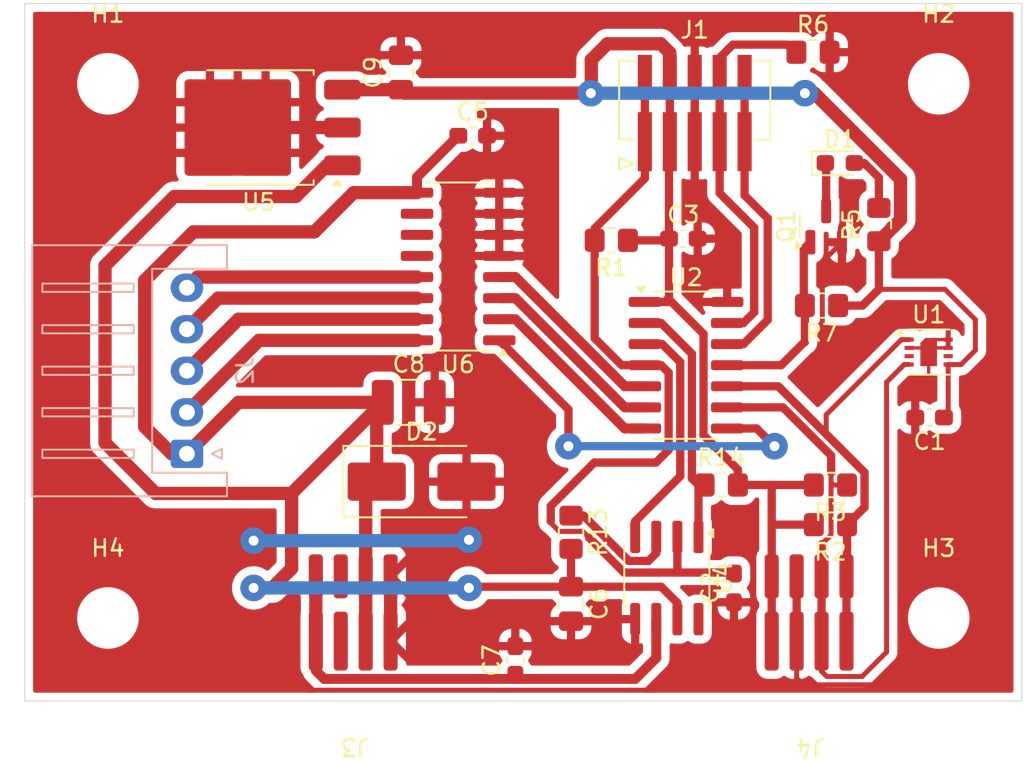
<source format=kicad_pcb>
(kicad_pcb (version 20240108) (generator "pcbnew") (generator_version "8.0")
  (layers (0 "F.Cu" signal) (31 "B.Cu" signal) (34 "B.Paste" user) (35 "F.Paste" user) (36 "B.SilkS" user "B.Silkscreen") (37 "F.SilkS" user "F.Silkscreen") (38 "B.Mask" user) (39 "F.Mask" user) (44 "Edge.Cuts" user))
  (net 0 "")
  (net 1 "+5V")
  (net 2 "GND")
  (net 3 "~{MCLR}")
  (net 4 "+12V")
  (net 5 "/Lbus")
  (net 6 "Net-(D1-A)")
  (net 7 "Net-(D1-K)")
  (net 8 "/PGC")
  (net 9 "/PGD")
  (net 10 "Net-(J2-Pin_3)")
  (net 11 "Net-(J2-Pin_2)")
  (net 12 "Net-(J2-Pin_4)")
  (net 15 "Net-(J4-Pin_4)")
  (net 16 "Net-(J4-Pin_3)")
  (net 17 "/LED")
  (net 18 "Net-(U4-~{WAKE})")
  (net 19 "Lrx")
  (net 22 "Net-(U2-RC5)")
  (net 23 "Net-(U2-RC2{slash}CxIN2-)")
  (net 24 "Net-(U2-RC4)")
  (net 25 "Ltx")
  (net 26 "Net-(U2-RC3{slash}CxIN3-)")
  (net 31 "Net-(J2-Pin_5)")
  (footprint "Capacitor_SMD:C_0603_1608Metric_Pad1.08x0.95mm_HandSolder" (layer "F.Cu") (at 145.6944 153.7716 90)
    (property "Reference" "C7" (at 0 -1.43 90) (layer "F.SilkS"))
    (property "Value" "220pF")
    (pad "1" smd roundrect (at -0.8625 0 90) (size 1.075 0.95) (layers "F.Cu" "F.Paste" "F.Mask") (net 5 "/Lbus"))
    (pad "2" smd roundrect (at 0.8625 0 90) (size 1.075 0.95) (layers "F.Cu" "F.Paste" "F.Mask") (net 2 "GND"))
  )
  (footprint "Resistor_SMD:R_0805_2012Metric_Pad1.20x1.40mm_HandSolder" (layer "F.Cu") (at 158.0896 143.2052)
    (property "Reference" "R14" (at 0 -1.65 0) (layer "F.SilkS"))
    (property "Value" "4.7K")
    (pad "1" smd roundrect (at -1 0) (size 1.2 1.4) (layers "F.Cu" "F.Paste" "F.Mask") (roundrect_rratio 0.208333) (net 19 "Lrx"))
    (pad "2" smd roundrect (at 1 0) (size 1.2 1.4) (layers "F.Cu" "F.Paste" "F.Mask") (roundrect_rratio 0.208333) (net 1 "+5V"))
  )
  (footprint "Capacitor_SMD:C_0603_1608Metric_Pad1.08x0.95mm_HandSolder" (layer "F.Cu") (at 155.8047 128.3716)
    (property "Reference" "C3" (at 0 -1.43 0) (layer "F.SilkS"))
    (property "Value" "100nF")
    (pad "1" smd roundrect (at -0.8625 0) (size 1.075 0.95) (layers "F.Cu" "F.Paste" "F.Mask") (net 1 "+5V"))
    (pad "2" smd roundrect (at 0.8625 0) (size 1.075 0.95) (layers "F.Cu" "F.Paste" "F.Mask") (net 2 "GND"))
  )
  (footprint "Package_SO:SOIC-16_3.9x9.9mm_P1.27mm" (layer "F.Cu") (at 142.2542 130.048 180)
    (property "Reference" "U6" (at 0 -5.9 0) (layer "F.SilkS"))
    (property "Value" "ULN2003")
    (pad "1" smd roundrect (at -2.475 -4.445 180) (size 1.95 0.6) (layers "F.Cu" "F.Paste" "F.Mask") (net 23 "Net-(U2-RC2{slash}CxIN2-)"))
    (pad "2" smd roundrect (at -2.475 -3.175 180) (size 1.95 0.6) (layers "F.Cu" "F.Paste" "F.Mask") (net 26 "Net-(U2-RC3{slash}CxIN3-)"))
    (pad "3" smd roundrect (at -2.475 -1.905 180) (size 1.95 0.6) (layers "F.Cu" "F.Paste" "F.Mask") (net 24 "Net-(U2-RC4)"))
    (pad "4" smd roundrect (at -2.475 -0.635 180) (size 1.95 0.6) (layers "F.Cu" "F.Paste" "F.Mask") (net 22 "Net-(U2-RC5)"))
    (pad "5" smd roundrect (at -2.475 0.635 180) (size 1.95 0.6) (layers "F.Cu" "F.Paste" "F.Mask") (net 2 "GND"))
    (pad "6" smd roundrect (at -2.475 1.905 180) (size 1.95 0.6) (layers "F.Cu" "F.Paste" "F.Mask") (net 2 "GND"))
    (pad "7" smd roundrect (at -2.475 3.175 180) (size 1.95 0.6) (layers "F.Cu" "F.Paste" "F.Mask") (net 2 "GND"))
    (pad "8" smd roundrect (at -2.475 4.445 180) (size 1.95 0.6) (layers "F.Cu" "F.Paste" "F.Mask") (net 2 "GND"))
    (pad "9" smd roundrect (at 2.475 4.445 180) (size 1.95 0.6) (layers "F.Cu" "F.Paste" "F.Mask") (net 4 "+12V"))
    (pad "10" smd roundrect (at 2.475 3.175 180) (size 1.95 0.6) (layers "F.Cu" "F.Paste" "F.Mask"))
    (pad "11" smd roundrect (at 2.475 1.905 180) (size 1.95 0.6) (layers "F.Cu" "F.Paste" "F.Mask"))
    (pad "12" smd roundrect (at 2.475 0.635 180) (size 1.95 0.6) (layers "F.Cu" "F.Paste" "F.Mask"))
    (pad "13" smd roundrect (at 2.475 -0.635 180) (size 1.95 0.6) (layers "F.Cu" "F.Paste" "F.Mask") (net 31 "Net-(J2-Pin_5)"))
    (pad "14" smd roundrect (at 2.475 -1.905 180) (size 1.95 0.6) (layers "F.Cu" "F.Paste" "F.Mask") (net 12 "Net-(J2-Pin_4)"))
    (pad "15" smd roundrect (at 2.475 -3.175 180) (size 1.95 0.6) (layers "F.Cu" "F.Paste" "F.Mask") (net 10 "Net-(J2-Pin_3)"))
    (pad "16" smd roundrect (at 2.475 -4.445 180) (size 1.95 0.6) (layers "F.Cu" "F.Paste" "F.Mask") (net 11 "Net-(J2-Pin_2)"))
  )
  (footprint "conn-local:Molex Pico-SPOX-4_90" (layer "F.Cu") (at 135.9408 154.3812 180)
    (property "Reference" "J3" (at -0.1 -4.6 180) (layer "F.SilkS"))
    (property "Value" "BUS")
    (pad "1" smd roundrect (at 2.25 1.775 180) (size 0.85 3.55) (layers "F.Cu" "F.Paste" "F.Mask") (net 5 "/Lbus"))
    (pad "1" smd roundrect (at 2.25 5.675 180) (size 0.85 2.65) (layers "F.Cu" "F.Paste" "F.Mask") (net 5 "/Lbus"))
    (pad "2" smd roundrect (at 0.75 1.775 180) (size 0.85 3.55) (layers "F.Cu" "F.Paste" "F.Mask"))
    (pad "2" smd roundrect (at 0.75 5.675 180) (size 0.85 2.65) (layers "F.Cu" "F.Paste" "F.Mask"))
    (pad "3" smd roundrect (at -0.75 1.775 180) (size 0.85 3.55) (layers "F.Cu" "F.Paste" "F.Mask") (net 4 "+12V"))
    (pad "3" smd roundrect (at -0.75 5.675 180) (size 0.85 2.65) (layers "F.Cu" "F.Paste" "F.Mask") (net 4 "+12V"))
    (pad "4" smd roundrect (at -2.25 1.775 180) (size 0.85 3.55) (layers "F.Cu" "F.Paste" "F.Mask") (net 2 "GND"))
    (pad "4" smd roundrect (at -2.25 5.675 180) (size 0.85 2.65) (layers "F.Cu" "F.Paste" "F.Mask") (net 2 "GND"))
  )
  (footprint "Resistor_SMD:R_0805_2012Metric_Pad1.20x1.40mm_HandSolder" (layer "F.Cu") (at 164.6588 143.2052 180)
    (property "Reference" "R3" (at 0 -1.65 0) (layer "F.SilkS"))
    (property "Value" "4.7K")
    (pad "1" smd roundrect (at -1 0 180) (size 1.2 1.4) (layers "F.Cu" "F.Paste" "F.Mask") (roundrect_rratio 0.208333) (net 16 "Net-(J4-Pin_3)"))
    (pad "2" smd roundrect (at 1 0 180) (size 1.2 1.4) (layers "F.Cu" "F.Paste" "F.Mask") (roundrect_rratio 0.208333) (net 1 "+5V"))
  )
  (footprint "Capacitor_SMD:C_0603_1608Metric_Pad1.08x0.95mm_HandSolder" (layer "F.Cu") (at 158.8516 149.4028 90)
    (property "Reference" "C2" (at 0 -1.43 90) (layer "F.SilkS"))
    (property "Value" "100nF")
    (pad "1" smd roundrect (at -0.8625 0 90) (size 1.075 0.95) (layers "F.Cu" "F.Paste" "F.Mask") (net 2 "GND"))
    (pad "2" smd roundrect (at 0.8625 0 90) (size 1.075 0.95) (layers "F.Cu" "F.Paste" "F.Mask") (net 3 "~{MCLR}"))
  )
  (footprint "Capacitor_SMD:C_0805_2012Metric_Pad1.18x1.45mm_HandSolder" (layer "F.Cu") (at 149.0472 150.368 -90)
    (property "Reference" "C6" (at 0 -1.68 90) (layer "F.SilkS"))
    (property "Value" "1µF")
    (pad "1" smd roundrect (at -1.0375 0 270) (size 1.175 1.45) (layers "F.Cu" "F.Paste" "F.Mask") (roundrect_rratio 0.212766) (net 4 "+12V"))
    (pad "2" smd roundrect (at 1.0375 0 270) (size 1.175 1.45) (layers "F.Cu" "F.Paste" "F.Mask") (roundrect_rratio 0.212766) (net 2 "GND"))
  )
  (footprint "Capacitor_SMD:C_0603_1608Metric_Pad1.08x0.95mm_HandSolder" (layer "F.Cu") (at 170.625044 139.1412 180)
    (property "Reference" "C1" (at 0 -1.43 0) (layer "F.SilkS"))
    (property "Value" "100nF")
    (pad "1" smd roundrect (at -0.8625 0 180) (size 1.075 0.95) (layers "F.Cu" "F.Paste" "F.Mask") (net 1 "+5V"))
    (pad "2" smd roundrect (at 0.8625 0 180) (size 1.075 0.95) (layers "F.Cu" "F.Paste" "F.Mask") (net 2 "GND"))
  )
  (footprint "Diode_SMD:D_SMB_Handsoldering" (layer "F.Cu") (at 140.0556 143.002)
    (property "Reference" "D2" (at 0 -3 0) (layer "F.SilkS"))
    (property "Value" "SMBJ16A")
    (pad "1" smd roundrect (at -2.7 0) (size 3.5 2.3) (layers "F.Cu" "F.Paste" "F.Mask") (roundrect_rratio 0.1086956522) (net 4 "+12V"))
    (pad "2" smd roundrect (at 2.7 0) (size 3.5 2.3) (layers "F.Cu" "F.Paste" "F.Mask") (roundrect_rratio 0.1086956522) (net 2 "GND"))
  )
  (footprint "Resistor_SMD:R_0805_2012Metric_Pad1.20x1.40mm_HandSolder" (layer "F.Cu") (at 163.6108 117.1448)
    (property "Reference" "R6" (at 0 -1.65 0) (layer "F.SilkS"))
    (property "Value" "10K")
    (pad "1" smd roundrect (at -1 0) (size 1.2 1.4) (layers "F.Cu" "F.Paste" "F.Mask") (roundrect_rratio 0.208333) (net 9 "/PGD"))
    (pad "2" smd roundrect (at 1 0) (size 1.2 1.4) (layers "F.Cu" "F.Paste" "F.Mask") (roundrect_rratio 0.208333) (net 2 "GND"))
  )
  (footprint "Package_SO:SOIC-14_3.9x8.7mm_P1.27mm" (layer "F.Cu") (at 155.9702 135.9916)
    (property "Reference" "U2" (at 0 -5.28 0) (layer "F.SilkS"))
    (property "Value" "PIC18F05Q40")
    (pad "1" smd roundrect (at -2.475 -3.81) (size 1.95 0.6) (layers "F.Cu" "F.Paste" "F.Mask") (net 1 "+5V"))
    (pad "2" smd roundrect (at -2.475 -2.54) (size 1.95 0.6) (layers "F.Cu" "F.Paste" "F.Mask") (net 19 "Lrx"))
    (pad "3" smd roundrect (at -2.475 -1.27) (size 1.95 0.6) (layers "F.Cu" "F.Paste" "F.Mask") (net 25 "Ltx"))
    (pad "4" smd roundrect (at -2.475 0) (size 1.95 0.6) (layers "F.Cu" "F.Paste" "F.Mask") (net 3 "~{MCLR}"))
    (pad "5" smd roundrect (at -2.475 1.27) (size 1.95 0.6) (layers "F.Cu" "F.Paste" "F.Mask") (net 22 "Net-(U2-RC5)"))
    (pad "6" smd roundrect (at -2.475 2.54) (size 1.95 0.6) (layers "F.Cu" "F.Paste" "F.Mask") (net 24 "Net-(U2-RC4)"))
    (pad "7" smd roundrect (at -2.475 3.81) (size 1.95 0.6) (layers "F.Cu" "F.Paste" "F.Mask") (net 26 "Net-(U2-RC3{slash}CxIN3-)"))
    (pad "8" smd roundrect (at 2.475 3.81) (size 1.95 0.6) (layers "F.Cu" "F.Paste" "F.Mask") (net 23 "Net-(U2-RC2{slash}CxIN2-)"))
    (pad "9" smd roundrect (at 2.475 2.54) (size 1.95 0.6) (layers "F.Cu" "F.Paste" "F.Mask") (net 16 "Net-(J4-Pin_3)"))
    (pad "10" smd roundrect (at 2.475 1.27) (size 1.95 0.6) (layers "F.Cu" "F.Paste" "F.Mask") (net 15 "Net-(J4-Pin_4)"))
    (pad "11" smd roundrect (at 2.475 0) (size 1.95 0.6) (layers "F.Cu" "F.Paste" "F.Mask") (net 17 "/LED"))
    (pad "12" smd roundrect (at 2.475 -1.27) (size 1.95 0.6) (layers "F.Cu" "F.Paste" "F.Mask") (net 8 "/PGC"))
    (pad "13" smd roundrect (at 2.475 -2.54) (size 1.95 0.6) (layers "F.Cu" "F.Paste" "F.Mask") (net 9 "/PGD"))
    (pad "14" smd roundrect (at 2.475 -3.81) (size 1.95 0.6) (layers "F.Cu" "F.Paste" "F.Mask") (net 2 "GND"))
  )
  (footprint "LED_SMD:LED_0603_1608Metric_Pad1.05x0.95mm_HandSolder" (layer "F.Cu") (at 165.225 123.8156)
    (property "Reference" "D1" (at 0 -1.43 0) (layer "F.SilkS"))
    (property "Value" "LED")
    (pad "1" smd roundrect (at -0.875 0) (size 1.05 0.95) (layers "F.Cu" "F.Paste" "F.Mask") (net 7 "Net-(D1-K)"))
    (pad "2" smd roundrect (at 0.875 0) (size 1.05 0.95) (layers "F.Cu" "F.Paste" "F.Mask") (net 6 "Net-(D1-A)"))
  )
  (footprint "Capacitor_SMD:C_0603_1608Metric_Pad1.08x0.95mm_HandSolder" (layer "F.Cu") (at 143.129 122.174)
    (property "Reference" "C5" (at 0 -1.43 0) (layer "F.SilkS"))
    (property "Value" "100nF")
    (pad "1" smd roundrect (at -0.8625 0) (size 1.075 0.95) (layers "F.Cu" "F.Paste" "F.Mask") (net 4 "+12V"))
    (pad "2" smd roundrect (at 0.8625 0) (size 1.075 0.95) (layers "F.Cu" "F.Paste" "F.Mask") (net 2 "GND"))
  )
  (footprint "Resistor_SMD:R_0805_2012Metric_Pad1.20x1.40mm_HandSolder" (layer "F.Cu") (at 164.1188 132.4008 180)
    (property "Reference" "R7" (at 0 -1.65 0) (layer "F.SilkS"))
    (property "Value" "47K")
    (pad "1" smd roundrect (at -1 0 180) (size 1.2 1.4) (layers "F.Cu" "F.Paste" "F.Mask") (roundrect_rratio 0.208333) (net 1 "+5V"))
    (pad "2" smd roundrect (at 1 0 180) (size 1.2 1.4) (layers "F.Cu" "F.Paste" "F.Mask") (roundrect_rratio 0.208333) (net 17 "/LED"))
  )
  (footprint "conn-local:Molex_Pico-SPOX-5-Vertical" (layer "F.Cu") (at 156.4908 120.8046)
    (property "Reference" "J1" (at 0 -5 0) (layer "F.SilkS"))
    (property "Value" "Conn_01x05_Pin")
    (pad "1" smd rect (at -3 -2.175 90) (size 2.65 0.85) (layers "F.Cu" "F.Paste" "F.Mask") (net 3 "~{MCLR}"))
    (pad "1" smd rect (at -3 1.725 90) (size 3.55 0.85) (layers "F.Cu" "F.Paste" "F.Mask") (net 3 "~{MCLR}"))
    (pad "2" smd rect (at -1.5 -2.175 90) (size 2.65 0.85) (layers "F.Cu" "F.Paste" "F.Mask") (net 1 "+5V"))
    (pad "2" smd rect (at -1.5 1.725 90) (size 3.55 0.85) (layers "F.Cu" "F.Paste" "F.Mask") (net 1 "+5V"))
    (pad "3" smd rect (at 0 -2.175 90) (size 2.65 0.85) (layers "F.Cu" "F.Paste" "F.Mask") (net 2 "GND"))
    (pad "3" smd rect (at 0 1.725 90) (size 3.55 0.85) (layers "F.Cu" "F.Paste" "F.Mask") (net 2 "GND"))
    (pad "4" smd rect (at 1.5 -2.175 90) (size 2.65 0.85) (layers "F.Cu" "F.Paste" "F.Mask") (net 9 "/PGD"))
    (pad "4" smd rect (at 1.5 1.725 90) (size 3.55 0.85) (layers "F.Cu" "F.Paste" "F.Mask") (net 9 "/PGD"))
    (pad "5" smd rect (at 3 -2.175 90) (size 2.65 0.85) (layers "F.Cu" "F.Paste" "F.Mask") (net 8 "/PGC"))
    (pad "5" smd rect (at 3 1.725 90) (size 3.55 0.85) (layers "F.Cu" "F.Paste" "F.Mask") (net 8 "/PGC"))
  )
  (footprint "Package_TO_SOT_SMD:SOT-23" (layer "F.Cu") (at 164.4008 127.6487 90)
    (property "Reference" "Q1" (at 0 -2.4 90) (layer "F.SilkS"))
    (property "Value" "BSS123")
    (pad "1" smd roundrect (at -0.9375 -0.95 90) (size 1.475 0.6) (layers "F.Cu" "F.Paste" "F.Mask") (net 17 "/LED"))
    (pad "2" smd roundrect (at -0.9375 0.95 90) (size 1.475 0.6) (layers "F.Cu" "F.Paste" "F.Mask") (net 2 "GND"))
    (pad "3" smd roundrect (at 0.9375 0 90) (size 1.475 0.6) (layers "F.Cu" "F.Paste" "F.Mask") (net 7 "Net-(D1-K)"))
  )
  (footprint "MountingHole:MountingHole_3.2mm_M3" (layer "F.Cu") (at 171.174484 151.212925)
    (property "Reference" "H3" (at 0 -4.2 0) (layer "F.SilkS"))
    (property "Value" "MountingHole")
    (pad "" np_thru_hole circle (at 0 0) (size 3.2 3.2) (drill 3.2) (layers "*.Cu" "*.Mask"))
  )
  (footprint "Resistor_SMD:R_0805_2012Metric_Pad1.20x1.40mm_HandSolder" (layer "F.Cu") (at 167.5732 127.524 90)
    (property "Reference" "R5" (at 0 -1.65 90) (layer "F.SilkS"))
    (property "Value" "330")
    (pad "1" smd roundrect (at -1 0 90) (size 1.2 1.4) (layers "F.Cu" "F.Paste" "F.Mask") (roundrect_rratio 0.208333) (net 1 "+5V"))
    (pad "2" smd roundrect (at 1 0 90) (size 1.2 1.4) (layers "F.Cu" "F.Paste" "F.Mask") (roundrect_rratio 0.208333) (net 6 "Net-(D1-A)"))
  )
  (footprint "MountingHole:MountingHole_3.2mm_M3" (layer "F.Cu") (at 171.174484 119.048925)
    (property "Reference" "H2" (at 0 -4.2 0) (layer "F.SilkS"))
    (property "Value" "MountingHole")
    (pad "" np_thru_hole circle (at 0 0) (size 3.2 3.2) (drill 3.2) (layers "*.Cu" "*.Mask"))
  )
  (footprint "Capacitor_SMD:C_1210_3225Metric_Pad1.33x2.70mm_HandSolder" (layer "F.Cu") (at 139.2813 138.2268)
    (property "Reference" "C8" (at 0 -2.3 0) (layer "F.SilkS"))
    (property "Value" "10uF")
    (pad "1" smd roundrect (at -1.5625 0) (size 1.325 2.7) (layers "F.Cu" "F.Paste" "F.Mask") (roundrect_rratio 0.188679) (net 4 "+12V"))
    (pad "2" smd roundrect (at 1.5625 0) (size 1.325 2.7) (layers "F.Cu" "F.Paste" "F.Mask") (roundrect_rratio 0.188679) (net 2 "GND"))
  )
  (footprint "Resistor_SMD:R_0805_2012Metric_Pad1.20x1.40mm_HandSolder" (layer "F.Cu") (at 149.0472 146.05 -90)
    (property "Reference" "R13" (at 0 -1.65 90) (layer "F.SilkS"))
    (property "Value" "4.7K")
    (pad "1" smd roundrect (at -1 0 270) (size 1.2 1.4) (layers "F.Cu" "F.Paste" "F.Mask") (roundrect_rratio 0.208333) (net 18 "Net-(U4-~{WAKE})"))
    (pad "2" smd roundrect (at 1 0 270) (size 1.2 1.4) (layers "F.Cu" "F.Paste" "F.Mask") (roundrect_rratio 0.208333) (net 4 "+12V"))
  )
  (footprint "Package_SO:SOIC-8_3.9x4.9mm_P1.27mm" (layer "F.Cu") (at 154.813 148.8074 -90)
    (property "Reference" "U4" (at 0 -3.4 90) (layer "F.SilkS"))
    (property "Value" "MCP2003B")
    (pad "1" smd roundrect (at -2.475 -1.905 270) (size 1.95 0.6) (layers "F.Cu" "F.Paste" "F.Mask") (net 19 "Lrx"))
    (pad "2" smd roundrect (at -2.475 -0.635 270) (size 1.95 0.6) (layers "F.Cu" "F.Paste" "F.Mask") (net 3 "~{MCLR}"))
    (pad "3" smd roundrect (at -2.475 0.635 270) (size 1.95 0.6) (layers "F.Cu" "F.Paste" "F.Mask") (net 18 "Net-(U4-~{WAKE})"))
    (pad "4" smd roundrect (at -2.475 1.905 270) (size 1.95 0.6) (layers "F.Cu" "F.Paste" "F.Mask") (net 25 "Ltx"))
    (pad "5" smd roundrect (at 2.475 1.905 270) (size 1.95 0.6) (layers "F.Cu" "F.Paste" "F.Mask") (net 2 "GND"))
    (pad "6" smd roundrect (at 2.475 0.635 270) (size 1.95 0.6) (layers "F.Cu" "F.Paste" "F.Mask") (net 5 "/Lbus"))
    (pad "7" smd roundrect (at 2.475 -0.635 270) (size 1.95 0.6) (layers "F.Cu" "F.Paste" "F.Mask") (net 4 "+12V"))
    (pad "8" smd roundrect (at 2.475 -1.905 270) (size 1.95 0.6) (layers "F.Cu" "F.Paste" "F.Mask"))
  )
  (footprint "MountingHole:MountingHole_3.2mm_M3" (layer "F.Cu") (at 121.179684 119.048925)
    (property "Reference" "H1" (at 0 -4.2 0) (layer "F.SilkS"))
    (property "Value" "MountingHole")
    (pad "" np_thru_hole circle (at 0 0) (size 3.2 3.2) (drill 3.2) (layers "*.Cu" "*.Mask"))
  )
  (footprint "MountingHole:MountingHole_3.2mm_M3" (layer "F.Cu") (at 121.179684 151.212925)
    (property "Reference" "H4" (at 0 -4.2 0) (layer "F.SilkS"))
    (property "Value" "MountingHole")
    (pad "" np_thru_hole circle (at 0 0) (size 3.2 3.2) (drill 3.2) (layers "*.Cu" "*.Mask"))
  )
  (footprint "Resistor_SMD:R_0805_2012Metric_Pad1.20x1.40mm_HandSolder" (layer "F.Cu") (at 151.4696 128.4732 180)
    (property "Reference" "R1" (at 0 -1.65 0) (layer "F.SilkS"))
    (property "Value" "10K")
    (pad "1" smd roundrect (at -1 0 180) (size 1.2 1.4) (layers "F.Cu" "F.Paste" "F.Mask") (roundrect_rratio 0.208333) (net 1 "+5V"))
    (pad "2" smd roundrect (at 1 0 180) (size 1.2 1.4) (layers "F.Cu" "F.Paste" "F.Mask") (roundrect_rratio 0.208333) (net 3 "~{MCLR}"))
  )
  (footprint "Package_TO_SOT_SMD:TO-252-3_TabPin2" (layer "F.Cu") (at 130.2507 121.68 180)
    (property "Reference" "U5" (at 0 -4.5 180) (layer "F.SilkS"))
    (property "Value" "uA7805")
    (pad "1" smd roundrect (at -5.04 -2.28 180) (size 2.2 1.2) (layers "F.Cu" "F.Paste" "F.Mask") (roundrect_rratio 0.208333) (net 4 "+12V"))
    (pad "2" smd roundrect (at -5.04 0 180) (size 2.2 1.2) (layers "F.Cu" "F.Paste" "F.Mask") (roundrect_rratio 0.208333) (net 2 "GND"))
    (pad "2" smd roundrect (at -0.415 -1.525 180) (size 3.05 2.75) (layers "F.Cu" "F.Paste") (roundrect_rratio 0.090909) (net 2 "GND"))
    (pad "2" smd roundrect (at -0.415 1.525 180) (size 3.05 2.75) (layers "F.Cu" "F.Paste") (roundrect_rratio 0.090909) (net 2 "GND"))
    (pad "2" smd roundrect (at 1.26 0 180) (size 6.4 5.8) (layers "F.Cu" "F.Mask") (roundrect_rratio 0.043103) (net 2 "GND"))
    (pad "2" smd roundrect (at 2.935 -1.525 180) (size 3.05 2.75) (layers "F.Cu" "F.Paste") (roundrect_rratio 0.090909) (net 2 "GND"))
    (pad "2" smd roundrect (at 2.935 1.525 180) (size 3.05 2.75) (layers "F.Cu" "F.Paste") (roundrect_rratio 0.090909) (net 2 "GND"))
    (pad "3" smd roundrect (at -5.04 2.28 180) (size 2.2 1.2) (layers "F.Cu" "F.Paste" "F.Mask") (roundrect_rratio 0.208333) (net 1 "+5V"))
  )
  (footprint "Sensor_Humidity:Sensirion_DFN-8-1EP_2.5x2.5mm_P0.5mm_EP1.1x1.7mm" (layer "F.Cu") (at 170.568744 135.2)
    (property "Reference" "U1" (at 0 -2.25 0) (layer "F.SilkS"))
    (property "Value" "SHT31-DIS")
    (pad "1" smd rect (at -1.175 -0.75) (size 0.55 0.25) (layers "F.Cu" "F.Paste" "F.Mask") (net 15 "Net-(J4-Pin_4)"))
    (pad "2" smd rect (at -1.175 -0.25) (size 0.55 0.25) (layers "F.Cu" "F.Paste" "F.Mask") (net 2 "GND"))
    (pad "3" smd rect (at -1.175 0.25) (size 0.55 0.25) (layers "F.Cu" "F.Paste" "F.Mask"))
    (pad "4" smd rect (at -1.175 0.75 180) (size 0.55 0.25) (layers "F.Cu" "F.Paste" "F.Mask") (net 16 "Net-(J4-Pin_3)"))
    (pad "5" smd rect (at 1.175 0.75) (size 0.55 0.25) (layers "F.Cu" "F.Paste" "F.Mask") (net 1 "+5V"))
    (pad "6" smd rect (at 1.175 0.25) (size 0.55 0.25) (layers "F.Cu" "F.Paste" "F.Mask"))
    (pad "7" smd rect (at 1.175 -0.25) (size 0.55 0.25) (layers "F.Cu" "F.Paste" "F.Mask") (net 2 "GND"))
    (pad "8" smd rect (at 1.175 -0.75) (size 0.55 0.25) (layers "F.Cu" "F.Paste" "F.Mask") (net 2 "GND"))
    (pad "9" smd custom (at 0 0) (size 1 1) (layers "F.Cu" "F.Mask") (net 2 "GND") (options (clearance outline) (anchor circle)) (primitives (gr_poly (pts (xy 0.5 0.85) (xy -0.5 0.85) (xy -0.5 -0.55) (xy -0.2 -0.85) (xy 0.5 -0.85)) (width 0) (fill yes))))
  )
  (footprint "Resistor_SMD:R_0805_2012Metric_Pad1.20x1.40mm_HandSolder" (layer "F.Cu") (at 164.6588 145.5928 180)
    (property "Reference" "R2" (at 0 -1.65 0) (layer "F.SilkS"))
    (property "Value" "4.7K")
    (pad "1" smd roundrect (at -1 0 180) (size 1.2 1.4) (layers "F.Cu" "F.Paste" "F.Mask") (roundrect_rratio 0.208333) (net 15 "Net-(J4-Pin_4)"))
    (pad "2" smd roundrect (at 1 0 180) (size 1.2 1.4) (layers "F.Cu" "F.Paste" "F.Mask") (roundrect_rratio 0.208333) (net 1 "+5V"))
  )
  (footprint "Capacitor_SMD:C_0805_2012Metric_Pad1.18x1.45mm_HandSolder" (layer "F.Cu") (at 138.811 118.364 90)
    (property "Reference" "C9" (at 0 -1.68 90) (layer "F.SilkS"))
    (property "Value" "10uF")
    (pad "1" smd roundrect (at -1.0375 0 90) (size 1.175 1.45) (layers "F.Cu" "F.Paste" "F.Mask") (roundrect_rratio 0.212766) (net 1 "+5V"))
    (pad "2" smd roundrect (at 1.0375 0 90) (size 1.175 1.45) (layers "F.Cu" "F.Paste" "F.Mask") (roundrect_rratio 0.212766) (net 2 "GND"))
  )
  (footprint "conn-local:Molex Pico-SPOX-4_90" (layer "F.Cu") (at 163.3728 154.3812 180)
    (property "Reference" "J4" (at -0.1 -4.6 180) (layer "F.SilkS"))
    (property "Value" "i2C")
    (pad "1" smd roundrect (at 2.25 1.775 180) (size 0.85 3.55) (layers "F.Cu" "F.Paste" "F.Mask") (net 1 "+5V"))
    (pad "1" smd roundrect (at 2.25 5.675 180) (size 0.85 2.65) (layers "F.Cu" "F.Paste" "F.Mask") (net 1 "+5V"))
    (pad "2" smd roundrect (at 0.75 1.775 180) (size 0.85 3.55) (layers "F.Cu" "F.Paste" "F.Mask") (net 2 "GND"))
    (pad "2" smd roundrect (at 0.75 5.675 180) (size 0.85 2.65) (layers "F.Cu" "F.Paste" "F.Mask") (net 2 "GND"))
    (pad "3" smd roundrect (at -0.75 1.775 180) (size 0.85 3.55) (layers "F.Cu" "F.Paste" "F.Mask") (net 16 "Net-(J4-Pin_3)"))
    (pad "3" smd roundrect (at -0.75 5.675 180) (size 0.85 2.65) (layers "F.Cu" "F.Paste" "F.Mask") (net 16 "Net-(J4-Pin_3)"))
    (pad "4" smd roundrect (at -2.25 1.775 180) (size 0.85 3.55) (layers "F.Cu" "F.Paste" "F.Mask") (net 15 "Net-(J4-Pin_4)"))
    (pad "4" smd roundrect (at -2.25 5.675 180) (size 0.85 2.65) (layers "F.Cu" "F.Paste" "F.Mask") (net 15 "Net-(J4-Pin_4)"))
  )
  (footprint "Connector_JST:JST_XH_S5B-XH-A_1x05_P2.50mm_Horizontal" (layer "B.Cu") (at 125.9332 141.3256 90)
    (property "Reference" "J2" (at 5 3.5 90) (layer "B.SilkS") (effects (justify mirror)))
    (property "Value" "M")
    (pad "1" thru_hole roundrect (at 0 0 90) (size 1.7 1.95) (drill 0.95) (layers "*.Cu" "*.Mask") (roundrect_rratio 0.147059) (net 4 "+12V"))
    (pad "2" thru_hole oval (at 2.5 0 90) (size 1.7 1.95) (drill 0.95) (layers "*.Cu" "*.Mask") (net 11 "Net-(J2-Pin_2)"))
    (pad "3" thru_hole oval (at 5 0 90) (size 1.7 1.95) (drill 0.95) (layers "*.Cu" "*.Mask") (net 10 "Net-(J2-Pin_3)"))
    (pad "4" thru_hole oval (at 7.5 0 90) (size 1.7 1.95) (drill 0.95) (layers "*.Cu" "*.Mask") (net 12 "Net-(J2-Pin_4)"))
    (pad "5" thru_hole oval (at 10 0 90) (size 1.7 1.95) (drill 0.95) (layers "*.Cu" "*.Mask") (net 31 "Net-(J2-Pin_5)"))
  )
  (gr_rect (start 116.174484 114.212925) (end 176.174484 156.212925) (stroke (width 0.05)) (fill none) (layer "Edge.Cuts"))
  (segment (start 150.2309 119.6063) (end 139.0158 119.6063) (width 0.8) (layer "F.Cu") (net 1))
  (segment (start 161.1228 145.4404) (end 161.1228 143.3724) (width 0.5) (layer "F.Cu") (net 1))
  (segment (start 152.4696 128.4732) (end 154.8406 128.4732) (width 0.5) (layer "F.Cu") (net 1))
  (segment (start 163.692582 119.6125) (end 168.8732 124.793118) (width 0.8) (layer "F.Cu") (net 1))
  (segment (start 154.9422 131.9254) (end 154.686 132.1816) (width 0.5) (layer "F.Cu") (net 1))
  (segment (start 168.8732 127.23301) (end 167.58221 128.524) (width 0.8) (layer "F.Cu") (net 1))
  (segment (start 154.448 116.6368) (end 151.2316 116.6368) (width 0.8) (layer "F.Cu") (net 1))
  (segment (start 173.3804 133.2484) (end 171.5516 131.4196) (width 0.3) (layer "F.Cu") (net 1))
  (segment (start 135.2922 119.4015) (end 135.2907 119.4) (width 0.8) (layer "F.Cu") (net 1))
  (segment (start 161.1228 152.6062) (end 161.1228 148.7062) (width 0.5) (layer "F.Cu") (net 1))
  (segment (start 150.2371 119.6125) (end 150.2664 119.5832) (width 0.8) (layer "F.Cu") (net 1))
  (segment (start 171.743744 135.95) (end 171.743744 138.885) (width 0.3) (layer "F.Cu") (net 1))
  (segment (start 150.2371 119.6125) (end 150.2309 119.6063) (width 0.8) (layer "F.Cu") (net 1))
  (segment (start 161.29 143.2052) (end 163.6588 143.2052) (width 0.5) (layer "F.Cu") (net 1))
  (segment (start 151.2316 116.6368) (end 150.2664 117.602) (width 0.8) (layer "F.Cu") (net 1))
  (segment (start 161.2752 145.5928) (end 161.1228 145.4404) (width 0.5) (layer "F.Cu") (net 1))
  (segment (start 173.3804 135.091436) (end 173.3804 133.2484) (width 0.3) (layer "F.Cu") (net 1))
  (segment (start 168.8732 124.793118) (end 168.8732 127.23301) (width 0.8) (layer "F.Cu") (net 1))
  (segment (start 154.9908 118.6296) (end 154.9908 117.1796) (width 0.8) (layer "F.Cu") (net 1))
  (segment (start 154.9422 122.5782) (end 154.9908 122.5296) (width 0.5) (layer "F.Cu") (net 1))
  (segment (start 154.9908 122.5296) (end 154.9908 118.6296) (width 0.5) (layer "F.Cu") (net 1))
  (segment (start 166.592 132.4008) (end 167.5732 131.4196) (width 0.5) (layer "F.Cu") (net 1))
  (segment (start 155.0924 132.1816) (end 157.0202 134.1094) (width 0.5) (layer "F.Cu") (net 1))
  (segment (start 154.9422 128.3716) (end 154.9422 131.9254) (width 0.5) (layer "F.Cu") (net 1))
  (segment (start 163.1188 119.6125) (end 163.692582 119.6125) (width 0.8) (layer "F.Cu") (net 1))
  (segment (start 139.0158 119.6063) (end 138.811 119.4015) (width 0.8) (layer "F.Cu") (net 1))
  (segment (start 167.5732 131.4196) (end 167.5732 128.524) (width 0.5) (layer "F.Cu") (net 1))
  (segment (start 154.8406 128.4732) (end 154.9422 128.3716) (width 0.5) (layer "F.Cu") (net 1))
  (segment (start 138.811 119.4015) (end 135.2922 119.4015) (width 0.8) (layer "F.Cu") (net 1))
  (segment (start 159.0896 143.2052) (end 161.29 143.2052) (width 0.5) (layer "F.Cu") (net 1))
  (segment (start 171.743744 138.885) (end 171.487544 139.1412) (width 0.3) (layer "F.Cu") (net 1))
  (segment (start 161.1228 143.3724) (end 161.29 143.2052) (width 0.5) (layer "F.Cu") (net 1))
  (segment (start 154.9422 128.3716) (end 154.9422 122.5782) (width 0.5) (layer "F.Cu") (net 1))
  (segment (start 150.2664 117.602) (end 150.2664 119.5832) (width 0.8) (layer "F.Cu") (net 1))
  (segment (start 171.743744 135.953364) (end 172.518472 135.953364) (width 0.3) (layer "F.Cu") (net 1))
  (segment (start 154.686 132.1816) (end 153.4952 132.1816) (width 0.5) (layer "F.Cu") (net 1))
  (segment (start 157.0202 140.204284) (end 159.0896 142.273684) (width 0.5) (layer "F.Cu") (net 1))
  (segment (start 154.9908 117.1796) (end 154.448 116.6368) (width 0.8) (layer "F.Cu") (net 1))
  (segment (start 157.0202 134.1094) (end 157.0202 140.204284) (width 0.5) (layer "F.Cu") (net 1))
  (segment (start 161.1228 145.4404) (end 161.1228 148.7062) (width 0.5) (layer "F.Cu") (net 1))
  (segment (start 171.5516 131.4196) (end 167.5732 131.4196) (width 0.3) (layer "F.Cu") (net 1))
  (segment (start 172.518472 135.953364) (end 173.3804 135.091436) (width 0.3) (layer "F.Cu") (net 1))
  (segment (start 163.6588 145.5928) (end 161.2752 145.5928) (width 0.5) (layer "F.Cu") (net 1))
  (segment (start 153.4952 132.1816) (end 155.0924 132.1816) (width 0.5) (layer "F.Cu") (net 1))
  (segment (start 165.1188 132.4008) (end 166.592 132.4008) (width 0.5) (layer "F.Cu") (net 1))
  (segment (start 159.0896 142.273684) (end 159.0896 143.2052) (width 0.5) (layer "F.Cu") (net 1))
  (segment (start 168.37621 127.6952) (end 168.3672 127.6952) (width 0.8) (layer "F.Cu") (net 1))
  (via (at 150.2371 119.6125) (size 1.6) (drill 0.6) (layers "F.Cu" "B.Cu") (net 1))
  (via (at 163.1188 119.6125) (size 1.6) (drill 0.6) (layers "F.Cu" "B.Cu") (net 1))
  (segment (start 150.2371 119.6125) (end 163.1188 119.6125) (width 0.8) (layer "B.Cu") (net 1))
  (segment (start 164.1688 133.5872) (end 164.6428 134.0612) (width 0.3) (layer "F.Cu") (net 2))
  (segment (start 171.1024 155.2368) (end 174.9552 151.384) (width 0.3) (layer "F.Cu") (net 2))
  (segment (start 169.393744 134.95) (end 170.318744 134.95) (width 0.2) (layer "F.Cu") (net 2))
  (segment (start 133.210925 155.562925) (end 154.0764 155.562925) (width 0.3) (layer "F.Cu") (net 2))
  (segment (start 171.613456 133.513456) (end 171.743744 133.643744) (width 0.3) (layer "F.Cu") (net 2))
  (segment (start 156.4908 118.6296) (end 156.4908 122.5296) (width 0.5) (layer "F.Cu") (net 2))
  (segment (start 165.3508 128.5862) (end 164.1688 129.7682) (width 0.3) (layer "F.Cu") (net 2))
  (segment (start 171.743744 134.95) (end 170.818744 134.95) (width 0.2) (layer "F.Cu") (net 2))
  (segment (start 166.4208 133.513456) (end 171.613456 133.513456) (width 0.3) (layer "F.Cu") (net 2))
  (segment (start 170.568744 137.177656) (end 169.762544 137.983856) (width 0.2) (layer "F.Cu") (net 2))
  (segment (start 174.9552 147.2184) (end 169.762544 142.025744) (width 0.3) (layer "F.Cu") (net 2))
  (segment (start 162.6228 152.6062) (end 162.6228 148.7062) (width 0.5) (layer "F.Cu") (net 2))
  (segment (start 163.0212 155.2368) (end 171.1024 155.2368) (width 0.3) (layer "F.Cu") (net 2))
  (segment (start 170.318744 134.95) (end 170.568744 135.2) (width 0.3) (layer "F.Cu") (net 2))
  (segment (start 131.4183 121.6862) (end 131.4196 121.6875) (width 0.8) (layer "F.Cu") (net 2))
  (segment (start 170.568744 135.795) (end 170.930944 135.4328) (width 0.2) (layer "F.Cu") (net 2))
  (segment (start 174.9552 151.384) (end 174.9552 147.2184) (width 0.3) (layer "F.Cu") (net 2))
  (segment (start 135.2907 121.68) (end 127.1007 121.68) (width 0.8) (layer "F.Cu") (net 2))
  (segment (start 138.1908 148.7062) (end 138.1908 152.6062) (width 0.8) (layer "F.Cu") (net 2))
  (segment (start 169.762544 137.983856) (end 169.762544 139.1412) (width 0.2) (layer "F.Cu") (net 2))
  (segment (start 170.568744 135.2) (end 170.568744 137.177656) (width 0.2) (layer "F.Cu") (net 2))
  (segment (start 170.858 134.45) (end 171.743744 134.45) (width 0.2) (layer "F.Cu") (net 2))
  (segment (start 170.568744 135.2) (end 170.568744 134.739256) (width 0.3) (layer "F.Cu") (net 2))
  (segment (start 162.6228 154.8384) (end 163.0212 155.2368) (width 0.3) (layer "F.Cu") (net 2))
  (segment (start 170.5864 135.182344) (end 170.568744 135.2) (width 0.3) (layer "F.Cu") (net 2))
  (segment (start 170.818744 134.95) (end 170.568744 135.2) (width 0.3) (layer "F.Cu") (net 2))
  (segment (start 164.1688 129.7682) (end 164.1688 133.5872) (width 0.3) (layer "F.Cu") (net 2))
  (segment (start 133.1468 155.4988) (end 133.210925 155.562925) (width 0.3) (layer "F.Cu") (net 2))
  (segment (start 171.743744 133.643744) (end 171.743744 134.885056) (width 0.3) (layer "F.Cu") (net 2))
  (segment (start 164.6428 134.0612) (end 166.6748 134.0612) (width 0.3) (layer "F.Cu") (net 2))
  (segment (start 170.318744 134.9676) (end 170.568744 135.2176) (width 0.2) (layer "F.Cu") (net 2))
  (segment (start 162.6228 152.6062) (end 162.6228 154.8384) (width 0.3) (layer "F.Cu") (net 2))
  (segment (start 169.762544 142.025744) (end 169.762544 139.1412) (width 0.3) (layer "F.Cu") (net 2))
  (segment (start 170.568744 134.739256) (end 170.858 134.45) (width 0.2) (layer "F.Cu") (net 2))
  (via (at 142.9004 146.5072) (size 1.6) (drill 0.6) (layers "F.Cu" "B.Cu") (net 2))
  (via (at 129.9464 146.558) (size 1.6) (drill 0.6) (layers "F.Cu" "B.Cu") (net 2))
  (segment (start 129.9972 146.558) (end 142.9004 146.558) (width 0.8) (layer "B.Cu") (net 2))
  (segment (start 142.9004 146.558) (end 142.9512 146.5072) (width 0.8) (layer "B.Cu") (net 2))
  (segment (start 147.828 145.3896) (end 147.828 144.472322) (width 0.5) (layer "F.Cu") (net 3))
  (segment (start 154.9202 141.0914) (end 154.9202 136.441601) (width 0.5) (layer "F.Cu") (net 3))
  (segment (start 155.4988 148.4772) (end 158.7885 148.4772) (width 0.5) (layer "F.Cu") (net 3))
  (segment (start 150.4696 128.4732) (end 150.4696 134.366) (width 0.5) (layer "F.Cu") (net 3))
  (segment (start 153.4908 122.5296) (end 153.4908 124.7408) (width 0.5) (layer "F.Cu") (net 3))
  (segment (start 153.4908 124.7408) (end 150.4696 127.762) (width 0.5) (layer "F.Cu") (net 3))
  (segment (start 152.0952 135.9916) (end 153.4952 135.9916) (width 0.5) (layer "F.Cu") (net 3))
  (segment (start 155.448 148.4264) (end 155.4988 148.4772) (width 0.5) (layer "F.Cu") (net 3))
  (segment (start 153.998148 148.4772) (end 152.235166 148.4772) (width 0.5) (layer "F.Cu") (net 3))
  (segment (start 154.9202 136.441601) (end 154.470199 135.9916) (width 0.5) (layer "F.Cu") (net 3))
  (segment (start 155.448 146.3324) (end 155.448 148.4264) (width 0.5) (layer "F.Cu") (net 3))
  (segment (start 154.470199 135.9916) (end 153.4952 135.9916) (width 0.5) (layer "F.Cu") (net 3))
  (segment (start 154.1582 141.8534) (end 154.9202 141.0914) (width 0.5) (layer "F.Cu") (net 3))
  (segment (start 147.828 145.3896) (end 147.828 145.486256) (width 0.3) (layer "F.Cu") (net 3))
  (segment (start 150.446922 141.8534) (end 154.1582 141.8534) (width 0.5) (layer "F.Cu") (net 3))
  (segment (start 149.757966 146) (end 150.138783 146.380817) (width 0.3) (layer "F.Cu") (net 3))
  (segment (start 148.341744 146) (end 149.757966 146) (width 0.3) (layer "F.Cu") (net 3))
  (segment (start 150.4696 134.366) (end 152.0952 135.9916) (width 0.5) (layer "F.Cu") (net 3))
  (segment (start 147.828 145.486256) (end 148.341744 146) (width 0.3) (layer "F.Cu") (net 3))
  (segment (start 152.235166 148.4772) (end 150.138783 146.380817) (width 0.5) (layer "F.Cu") (net 3))
  (segment (start 150.4696 127.762) (end 150.4696 128.4732) (width 0.5) (layer "F.Cu") (net 3))
  (segment (start 158.7885 148.4772) (end 158.8516 148.5403) (width 0.5) (layer "F.Cu") (net 3))
  (segment (start 153.998148 148.4772) (end 155.4988 148.4772) (width 0.5) (layer "F.Cu") (net 3))
  (segment (start 147.828 144.472322) (end 150.446922 141.8534) (width 0.5) (layer "F.Cu") (net 3))
  (segment (start 153.4908 122.5296) (end 153.4908 118.6296) (width 0.5) (layer "F.Cu") (net 3))
  (segment (start 136.6908 148.7062) (end 136.6908 152.6062) (width 0.8) (layer "F.Cu") (net 4))
  (segment (start 125.1712 125.8316) (end 132.4864 125.8316) (width 0.8) (layer "F.Cu") (net 4))
  (segment (start 155.448 151.2824) (end 155.448 150.307401) (width 0.5) (layer "F.Cu") (net 4))
  (segment (start 139.7792 124.6613) (end 139.7792 125.603) (width 0.6) (layer "F.Cu") (net 4))
  (segment (start 136.6908 148.7062) (end 136.6908 143.6668) (width 0.8) (layer "F.Cu") (net 4))
  (segment (start 137.7188 138.2268) (end 132.2324 143.7132) (width 0.8) (layer "F.Cu") (net 4))
  (segment (start 123.3932 139.7) (end 123.3932 130.8862) (width 0.8) (layer "F.Cu") (net 4))
  (segment (start 136.6908 143.6668) (end 137.3556 143.002) (width 0.8) (layer "F.Cu") (net 4))
  (segment (start 149.0472 147.05) (end 149.0472 149.3305) (width 0.5) (layer "F.Cu") (net 4))
  (segment (start 135.9662 125.603) (end 139.7792 125.603) (width 0.8) (layer "F.Cu") (net 4))
  (segment (start 137.3556 143.002) (end 137.3556 138.59) (width 0.8) (layer "F.Cu") (net 4))
  (segment (start 154.471099 149.3305) (end 149.0472 149.3305) (width 0.5) (layer "F.Cu") (net 4))
  (segment (start 126.3142 127.9652) (end 133.604 127.9652) (width 0.8) (layer "F.Cu") (net 4))
  (segment (start 132.2324 148.2344) (end 131.064 149.4028) (width 0.8) (layer "F.Cu") (net 4))
  (segment (start 125.0188 141.3256) (end 123.3932 139.7) (width 0.8) (layer "F.Cu") (net 4))
  (segment (start 134.358 123.96) (end 135.2907 123.96) (width 0.8) (layer "F.Cu") (net 4))
  (segment (start 129.032 138.2268) (end 137.7188 138.2268) (width 0.8) (layer "F.Cu") (net 4))
  (segment (start 125.9332 141.3256) (end 125.0188 141.3256) (width 0.8) (layer "F.Cu") (net 4))
  (segment (start 133.604 127.9652) (end 135.9662 125.603) (width 0.8) (layer "F.Cu") (net 4))
  (segment (start 125.9332 141.3256) (end 129.032 138.2268) (width 0.8) (layer "F.Cu") (net 4))
  (segment (start 132.2324 143.7132) (end 124.0536 143.7132) (width 0.8) (layer "F.Cu") (net 4))
  (segment (start 123.3932 130.8862) (end 126.3142 127.9652) (width 0.8) (layer "F.Cu") (net 4))
  (segment (start 137.3556 138.59) (end 137.7188 138.2268) (width 0.8) (layer "F.Cu") (net 4))
  (segment (start 149.0472 149.3305) (end 142.9727 149.3305) (width 0.5) (layer "F.Cu") (net 4))
  (segment (start 131.064 149.4028) (end 129.9464 149.4028) (width 0.8) (layer "F.Cu") (net 4))
  (segment (start 132.2324 143.7132) (end 132.2324 148.2344) (width 0.8) (layer "F.Cu") (net 4))
  (segment (start 121.0056 129.9972) (end 125.1712 125.8316) (width 0.8) (layer "F.Cu") (net 4))
  (segment (start 142.2665 122.174) (end 139.7792 124.6613) (width 0.6) (layer "F.Cu") (net 4))
  (segment (start 124.0536 143.7132) (end 121.0056 140.6652) (width 0.8) (layer "F.Cu") (net 4))
  (segment (start 142.9727 149.3305) (end 142.9004 149.4028) (width 0.5) (layer "F.Cu") (net 4))
  (segment (start 132.4864 125.8316) (end 134.358 123.96) (width 0.8) (layer "F.Cu") (net 4))
  (segment (start 121.0056 140.6652) (end 121.0056 129.9972) (width 0.8) (layer "F.Cu") (net 4))
  (segment (start 155.448 150.307401) (end 154.471099 149.3305) (width 0.5) (layer "F.Cu") (net 4))
  (via (at 129.9464 149.4028) (size 1.6) (drill 0.6) (layers "F.Cu" "B.Cu") (net 4))
  (via (at 142.9004 149.4028) (size 1.6) (drill 0.6) (layers "F.Cu" "B.Cu") (net 4))
  (segment (start 129.9464 149.4028) (end 142.9004 149.4028) (width 0.8) (layer "B.Cu") (net 4))
  (segment (start 133.6908 154.381199) (end 134.190801 154.8812) (width 0.6) (layer "F.Cu") (net 5))
  (segment (start 152.916 154.8812) (end 154.178 153.6192) (width 0.6) (layer "F.Cu") (net 5))
  (segment (start 154.178 153.6192) (end 154.178 151.2824) (width 0.6) (layer "F.Cu") (net 5))
  (segment (start 134.190801 154.8812) (end 152.916 154.8812) (width 0.6) (layer "F.Cu") (net 5))
  (segment (start 133.6908 148.7062) (end 133.6908 152.6062) (width 0.8) (layer "F.Cu") (net 5))
  (segment (start 167.5732 126.524) (end 167.5732 124.6952) (width 0.5) (layer "F.Cu") (net 6))
  (segment (start 167.5732 124.6952) (end 166.6936 123.8156) (width 0.5) (layer "F.Cu") (net 6))
  (segment (start 164.4008 126.7112) (end 164.4008 123.8664) (width 0.5) (layer "F.Cu") (net 7))
  (segment (start 159.4908 118.6296) (end 159.4908 122.5296) (width 0.5) (layer "F.Cu") (net 8))
  (segment (start 159.420199 134.7216) (end 160.8836 133.258199) (width 0.5) (layer "F.Cu") (net 8))
  (segment (start 160.8836 133.258199) (end 160.8836 127.1524) (width 0.5) (layer "F.Cu") (net 8))
  (segment (start 159.4908 125.7596) (end 159.4908 122.5296) (width 0.5) (layer "F.Cu") (net 8))
  (segment (start 160.8836 127.1524) (end 159.4908 125.7596) (width 0.5) (layer "F.Cu") (net 8))
  (segment (start 158.4452 134.7216) (end 159.420199 134.7216) (width 0.5) (layer "F.Cu") (net 8))
  (segment (start 157.9908 118.6296) (end 157.9908 117.4796) (width 0.5) (layer "F.Cu") (net 9))
  (segment (start 162.052 116.6876) (end 162.6108 117.2464) (width 0.5) (layer "F.Cu") (net 9))
  (segment (start 160.0708 132.800999) (end 160.0708 127.7112) (width 0.5) (layer "F.Cu") (net 9))
  (segment (start 160.0708 127.7112) (end 157.9908 125.6312) (width 0.5) (layer "F.Cu") (net 9))
  (segment (start 158.7828 116.6876) (end 162.052 116.6876) (width 0.5) (layer "F.Cu") (net 9))
  (segment (start 157.9908 117.4796) (end 158.7828 116.6876) (width 0.5) (layer "F.Cu") (net 9))
  (segment (start 157.9908 125.6312) (end 157.9908 122.5296) (width 0.5) (layer "F.Cu") (net 9))
  (segment (start 158.4452 133.4516) (end 159.420199 133.4516) (width 0.5) (layer "F.Cu") (net 9))
  (segment (start 157.9908 118.6296) (end 157.9908 122.5296) (width 0.5) (layer "F.Cu") (net 9))
  (segment (start 159.420199 133.4516) (end 160.0708 132.800999) (width 0.5) (layer "F.Cu") (net 9))
  (segment (start 125.9332 136.3256) (end 129.0358 133.223) (width 0.8) (layer "F.Cu") (net 10))
  (segment (start 129.0358 133.223) (end 139.7792 133.223) (width 0.8) (layer "F.Cu") (net 10))
  (segment (start 130.2658 134.493) (end 139.7792 134.493) (width 0.8) (layer "F.Cu") (net 11))
  (segment (start 125.9332 138.8256) (end 130.2658 134.493) (width 0.8) (layer "F.Cu") (net 11))
  (segment (start 127.8058 131.953) (end 139.7792 131.953) (width 0.8) (layer "F.Cu") (net 12))
  (segment (start 125.9332 133.8256) (end 127.8058 131.953) (width 0.8) (layer "F.Cu") (net 12))
  (segment (start 165.6228 152.6062) (end 165.6228 148.7062) (width 0.5) (layer "F.Cu") (net 15))
  (segment (start 164.401175 140.144825) (end 166.7088 142.45245) (width 0.5) (layer "F.Cu") (net 15))
  (segment (start 161.51795 137.2616) (end 164.401175 140.144825) (width 0.5) (layer "F.Cu") (net 15))
  (segment (start 166.7088 142.45245) (end 166.7088 144.5428) (width 0.5) (layer "F.Cu") (net 15))
  (segment (start 169.393744 134.45) (end 168.9276 134.45) (width 0.3) (layer "F.Cu") (net 15))
  (segment (start 165.6588 145.5928) (end 165.6588 148.6702) (width 0.5) (layer "F.Cu") (net 15))
  (segment (start 165.6588 148.6702) (end 165.6228 148.7062) (width 0.5) (layer "F.Cu") (net 15))
  (segment (start 166.7088 144.5428) (end 165.6588 145.5928) (width 0.5) (layer "F.Cu") (net 15))
  (segment (start 164.401175 138.976425) (end 164.401175 140.144825) (width 0.3) (layer "F.Cu") (net 15))
  (segment (start 158.4452 137.2616) (end 161.51795 137.2616) (width 0.5) (layer "F.Cu") (net 15))
  (segment (start 168.9276 134.45) (end 164.401175 138.976425) (width 0.3) (layer "F.Cu") (net 15))
  (segment (start 161.798 138.5316) (end 164.702239 141.435839) (width 0.5) (layer "F.Cu") (net 16))
  (segment (start 164.1228 152.6062) (end 164.1228 148.7062) (width 0.5) (layer "F.Cu") (net 16))
  (segment (start 164.702239 141.435839) (end 164.702239 142.451761) (width 0.5) (layer "F.Cu") (net 16))
  (segment (start 164.6936 146.213456) (end 164.6936 145.5928) (width 0.3) (layer "F.Cu") (net 16))
  (segment (start 166.562144 154.7368) (end 168.035344 153.2636) (width 0.3) (layer "F.Cu") (net 16))
  (segment (start 164.1228 154.42) (end 164.4396 154.7368) (width 0.3) (layer "F.Cu") (net 16))
  (segment (start 164.6936 143.0528) (end 164.6936 142.4604) (width 0.3) (layer "F.Cu") (net 16))
  (segment (start 168.035344 137.014563) (end 169.099907 135.95) (width 0.3) (layer "F.Cu") (net 16))
  (segment (start 164.1348 148.6942) (end 164.1348 146.772256) (width 0.5) (layer "F.Cu") (net 16))
  (segment (start 169.393744 135.95) (end 169.099907 135.95) (width 0.3) (layer "F.Cu") (net 16))
  (segment (start 164.6936 145.5928) (end 164.6936 143.0528) (width 0.3) (layer "F.Cu") (net 16))
  (segment (start 158.4452 138.5316) (end 161.798 138.5316) (width 0.5) (layer "F.Cu") (net 16))
  (segment (start 164.846 143.2052) (end 165.6588 143.2052) (width 0.3) (layer "F.Cu") (net 16))
  (segment (start 164.4396 154.7368) (end 166.562144 154.7368) (width 0.3) (layer "F.Cu") (net 16))
  (segment (start 164.1228 152.6062) (end 164.1228 154.42) (width 0.3) (layer "F.Cu") (net 16))
  (segment (start 164.6936 143.0528) (end 164.846 143.2052) (width 0.3) (layer "F.Cu") (net 16))
  (segment (start 164.1348 146.772256) (end 164.6936 146.213456) (width 0.3) (layer "F.Cu") (net 16))
  (segment (start 168.035344 153.2636) (end 168.035344 137.014563) (width 0.3) (layer "F.Cu") (net 16))
  (segment (start 164.1228 148.7062) (end 164.1348 148.6942) (width 0.3) (layer "F.Cu") (net 16))
  (segment (start 163.052 128.985) (end 163.4508 128.5862) (width 0.5) (layer "F.Cu") (net 17))
  (segment (start 161.6964 135.9916) (end 163.1188 134.5692) (width 0.5) (layer "F.Cu") (net 17))
  (segment (start 163.1188 134.604) (end 163.1188 132.4008) (width 0.5) (layer "F.Cu") (net 17))
  (segment (start 158.4452 135.9916) (end 161.6964 135.9916) (width 0.5) (layer "F.Cu") (net 17))
  (segment (start 163.052 132.1468) (end 163.052 128.985) (width 0.5) (layer "F.Cu") (net 17))
  (segment (start 154.178 147.307399) (end 153.708199 147.7772) (width 0.5) (layer "F.Cu") (net 18))
  (segment (start 154.178 146.3324) (end 154.178 147.307399) (width 0.5) (layer "F.Cu") (net 18))
  (segment (start 149.797916 145.05) (end 149.0472 145.05) (width 0.5) (layer "F.Cu") (net 18))
  (segment (start 153.708199 147.7772) (end 152.525116 147.7772) (width 0.5) (layer "F.Cu") (net 18))
  (segment (start 152.525116 147.7772) (end 149.797916 145.05) (width 0.5) (layer "F.Cu") (net 18))
  (segment (start 154.470199 133.4516) (end 156.3202 135.301601) (width 0.5) (layer "F.Cu") (net 19))
  (segment (start 156.718 143.2052) (end 157.0896 143.2052) (width 0.5) (layer "F.Cu") (net 19))
  (segment (start 156.718 143.2052) (end 156.718 146.3324) (width 0.5) (layer "F.Cu") (net 19))
  (segment (start 156.3202 135.301601) (end 156.3202 142.8074) (width 0.5) (layer "F.Cu") (net 19))
  (segment (start 153.4952 133.4516) (end 154.470199 133.4516) (width 0.5) (layer "F.Cu") (net 19))
  (segment (start 156.3202 142.8074) (end 156.718 143.2052) (width 0.5) (layer "F.Cu") (net 19))
  (segment (start 153.4952 137.2616) (end 152.282799 137.2616) (width 0.6) (layer "F.Cu") (net 22))
  (segment (start 152.282799 137.2616) (end 145.704199 130.683) (width 0.6) (layer "F.Cu") (net 22))
  (segment (start 145.704199 130.683) (end 144.7292 130.683) (width 0.6) (layer "F.Cu") (net 22))
  (segment (start 160.2232 139.8016) (end 161.29 140.8684) (width 0.5) (layer "F.Cu") (net 23))
  (segment (start 148.8948 138.6586) (end 144.7292 134.493) (width 0.5) (layer "F.Cu") (net 23))
  (segment (start 148.8948 140.8684) (end 148.8948 138.6586) (width 0.5) (layer "F.Cu") (net 23))
  (segment (start 144.7546 134.5946) (end 144.7292 134.5692) (width 0.5) (layer "F.Cu") (net 23))
  (segment (start 158.4452 139.8016) (end 160.2232 139.8016) (width 0.5) (layer "F.Cu") (net 23))
  (via (at 148.8948 140.8684) (size 1.6) (drill 0.6) (layers "F.Cu" "B.Cu") (net 23))
  (via (at 161.29 140.8684) (size 1.6) (drill 0.6) (layers "F.Cu" "B.Cu") (net 23))
  (segment (start 161.29 140.8684) (end 148.8948 140.8684) (width 0.5) (layer "B.Cu") (net 23))
  (segment (start 153.4952 138.5316) (end 152.282799 138.5316) (width 0.6) (layer "F.Cu") (net 24))
  (segment (start 152.282799 138.5316) (end 145.704199 131.953) (width 0.6) (layer "F.Cu") (net 24))
  (segment (start 145.704199 131.953) (end 144.7292 131.953) (width 0.6) (layer "F.Cu") (net 24))
  (segment (start 154.5336 134.7216) (end 155.6202 135.8082) (width 0.5) (layer "F.Cu") (net 25))
  (segment (start 155.6202 142.6774) (end 152.908 145.3896) (width 0.5) (layer "F.Cu") (net 25))
  (segment (start 155.6202 135.8082) (end 155.6202 142.6774) (width 0.5) (layer "F.Cu") (net 25))
  (segment (start 152.908 145.3896) (end 152.908 146.3324) (width 0.5) (layer "F.Cu") (net 25))
  (segment (start 153.4952 134.7216) (end 154.5336 134.7216) (width 0.5) (layer "F.Cu") (net 25))
  (segment (start 145.704199 133.223) (end 144.7292 133.223) (width 0.6) (layer "F.Cu") (net 26))
  (segment (start 152.282799 139.8016) (end 145.704199 133.223) (width 0.6) (layer "F.Cu") (net 26))
  (segment (start 153.4952 139.8016) (end 152.282799 139.8016) (width 0.6) (layer "F.Cu") (net 26))
  (segment (start 125.9332 131.3256) (end 126.5758 130.683) (width 0.8) (layer "F.Cu") (net 31))
  (segment (start 126.5758 130.683) (end 139.7792 130.683) (width 0.8) (layer "F.Cu") (net 31))
  (zone (net 0) (net_name "") (layer "F.Cu") (name "GND iso") (connect_pads (clearance 0)) (min_thickness 0.25)
    (keepout (tracks allowed) (vias allowed) (pads allowed) (copperpour not_allowed) (footprints allowed))
    (fill (thermal_gap 0.5) (thermal_bridge_width 0.5))
    (polygon (pts (xy 148.336 119.761) (xy 148.336 133.35) (xy 151.384 133.35) (xy 151.384 119.761)))
  )
  (zone (net 2) (net_name "GND") (layer "F.Cu") (connect_pads (clearance 0.5)) (min_thickness 0.25) (fill yes (thermal_gap 0.5) (thermal_bridge_width 0.5))
    (polygon (pts (xy 116.179684 114.150525) (xy 176.174484 114.048925) (xy 176.174484 156.212925) (xy 116.179684 156.162125)))
  )
  (zone (net 0) (net_name "") (layer "F.Cu") (name "GND iso") (connect_pads (clearance 0)) (min_thickness 0.25)
    (keepout (tracks allowed) (vias allowed) (pads allowed) (copperpour not_allowed) (footprints allowed))
    (fill (thermal_gap 0.5) (thermal_bridge_width 0.5))
    (polygon (pts (xy 136.652 119.888) (xy 136.652 125.349) (xy 139.827 125.476) (xy 139.827 124.587) (xy 143.383 122.428) (xy 143.383 119.888)))
  )
)
</source>
